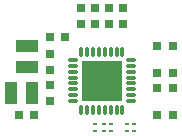
<source format=gtp>
G04*
G04 #@! TF.GenerationSoftware,Altium Limited,Altium Designer,25.5.2 (35)*
G04*
G04 Layer_Color=8421504*
%FSLAX24Y24*%
%MOIN*%
G70*
G04*
G04 #@! TF.SameCoordinates,10BE4CE9-2312-42DA-BD6A-6239ED57E976*
G04*
G04*
G04 #@! TF.FilePolarity,Positive*
G04*
G01*
G75*
%ADD17R,0.0295X0.0315*%
%ADD18O,0.0118X0.0335*%
%ADD19R,0.0118X0.0106*%
%ADD20R,0.0315X0.0295*%
%ADD21R,0.1378X0.1378*%
%ADD22O,0.0335X0.0118*%
%ADD23R,0.0717X0.0445*%
%ADD24R,0.0445X0.0717*%
D17*
X1850Y1142D02*
D03*
X2382D02*
D03*
Y-1142D02*
D03*
X1850D02*
D03*
X-1742Y1437D02*
D03*
X-1211D02*
D03*
X-2244Y-1142D02*
D03*
X-2776D02*
D03*
X2382Y-246D02*
D03*
X1850D02*
D03*
X2382Y246D02*
D03*
X1850D02*
D03*
D18*
X98Y965D02*
D03*
X-295D02*
D03*
X-689Y-965D02*
D03*
X-492D02*
D03*
X-295D02*
D03*
X-98D02*
D03*
X98D02*
D03*
X295D02*
D03*
X492D02*
D03*
X689D02*
D03*
Y965D02*
D03*
X492D02*
D03*
X295D02*
D03*
X-98D02*
D03*
X-492D02*
D03*
X-689D02*
D03*
D19*
X315Y-1463D02*
D03*
Y-1687D02*
D03*
X79Y-1463D02*
D03*
Y-1687D02*
D03*
X-236Y-1463D02*
D03*
Y-1687D02*
D03*
X1063Y-1687D02*
D03*
Y-1463D02*
D03*
X827D02*
D03*
Y-1687D02*
D03*
D20*
X236Y2431D02*
D03*
Y1900D02*
D03*
X709Y2431D02*
D03*
Y1900D02*
D03*
X-236Y2431D02*
D03*
Y1900D02*
D03*
X-709Y2431D02*
D03*
Y1900D02*
D03*
X-1742Y344D02*
D03*
Y876D02*
D03*
Y-148D02*
D03*
Y-679D02*
D03*
D21*
X-0Y0D02*
D03*
D22*
X-965Y689D02*
D03*
Y492D02*
D03*
Y295D02*
D03*
Y98D02*
D03*
Y-98D02*
D03*
Y-295D02*
D03*
Y-492D02*
D03*
Y-689D02*
D03*
X965D02*
D03*
Y-492D02*
D03*
Y-295D02*
D03*
Y-98D02*
D03*
Y98D02*
D03*
Y295D02*
D03*
Y492D02*
D03*
Y689D02*
D03*
D23*
X-2480Y1146D02*
D03*
Y449D02*
D03*
D24*
X-2329Y-404D02*
D03*
X-3026D02*
D03*
M02*

</source>
